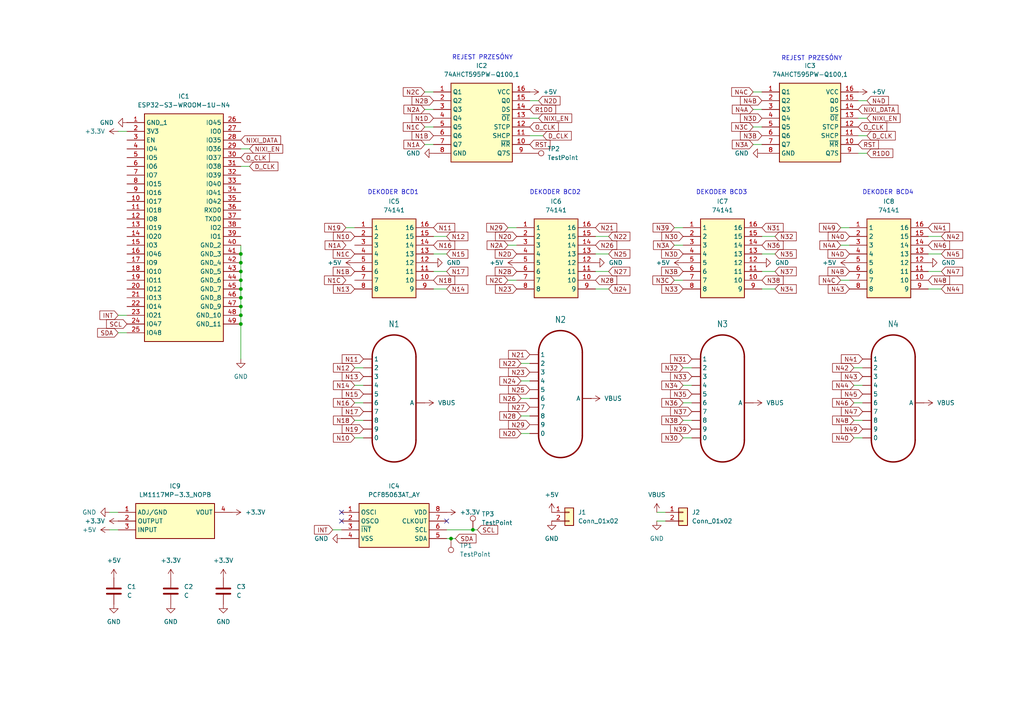
<source format=kicad_sch>
(kicad_sch (version 20231120) (generator "eeschema") (generator_version "8.0")
  (paper "A4")
  (lib_symbols
    (symbol "Connector:TestPoint" (pin_numbers hide) (pin_names (offset 0.762) hide)
      (property "Reference" "TP" (at 0 6.858 0))
      (property "Value" "TestPoint" (at 0 5.08 0))
      (symbol "TestPoint_0_1"
        (circle (center 0 3.302) (radius 0.762))
      )
      (symbol "TestPoint_1_1"
        (pin passive line (at 0 0 90) (length 2.54) (name "1") (number "1"))
      )
    )
    (symbol "Connector_Generic:Conn_01x02" (pin_names (offset 1.016) hide)
      (property "Reference" "J" (at 0 2.54 0))
      (property "Value" "Conn_01x02" (at 0 -5.08 0))
      (symbol "Conn_01x02_1_1"
        (rectangle (start -1.27 -2.413) (end 0 -2.667) (stroke (width 0.1524)))
        (rectangle (start -1.27 0.127) (end 0 -0.127) (stroke (width 0.1524)))
        (rectangle (start -1.27 1.27) (end 1.27 -3.81) (stroke (width 0.254)) (fill (type background)))
        (pin passive line (at -5.08 0 0) (length 3.81) (name "Pin_1") (number "1"))
        (pin passive line (at -5.08 -2.54 0) (length 3.81) (name "Pin_2") (number "2"))
      )
    )
    (symbol "Device:C" (pin_numbers hide) (pin_names (offset 0.254))
      (property "Reference" "C" (at 0.635 2.54 0))
      (property "Value" "C" (at 0.635 -2.54 0))
      (symbol "C_0_1"
        (polyline (pts (xy -2.032 -0.762) (xy 2.032 -0.762)) (stroke (width 0.508)))
        (polyline (pts (xy -2.032 0.762) (xy 2.032 0.762)) (stroke (width 0.508)))
      )
      (symbol "C_1_1"
        (pin passive line (at 0 3.81 270) (length 2.794) (name "~") (number "1"))
        (pin passive line (at 0 -3.81 90) (length 2.794) (name "~") (number "2"))
      )
    )
    (symbol "SamacSys_Parts:1-2199298-4"
      (property "Reference" "IC" (at 19.05 7.62 0))
      (property "Value" "1-2199298-4" (at 19.05 5.08 0))
      (symbol "1-2199298-4_1_1"
        (rectangle (start 5.08 2.54) (end 17.78 -20.32) (stroke (width 0.254)) (fill (type background)))
        (pin passive line (at 0 0 0) (length 5.08) (name "1") (number "1"))
        (pin passive line (at 22.86 -15.24 180) (length 5.08) (name "10") (number "10"))
        (pin passive line (at 22.86 -12.7 180) (length 5.08) (name "11") (number "11"))
        (pin passive line (at 22.86 -10.16 180) (length 5.08) (name "12") (number "12"))
        (pin passive line (at 22.86 -7.62 180) (length 5.08) (name "13") (number "13"))
        (pin passive line (at 22.86 -5.08 180) (length 5.08) (name "14") (number "14"))
        (pin passive line (at 22.86 -2.54 180) (length 5.08) (name "15") (number "15"))
        (pin passive line (at 22.86 0 180) (length 5.08) (name "16") (number "16"))
        (pin passive line (at 0 -2.54 0) (length 5.08) (name "2") (number "2"))
        (pin passive line (at 0 -5.08 0) (length 5.08) (name "3") (number "3"))
        (pin passive line (at 0 -7.62 0) (length 5.08) (name "4") (number "4"))
        (pin passive line (at 0 -10.16 0) (length 5.08) (name "5") (number "5"))
        (pin passive line (at 0 -12.7 0) (length 5.08) (name "6") (number "6"))
        (pin passive line (at 0 -15.24 0) (length 5.08) (name "7") (number "7"))
        (pin passive line (at 0 -17.78 0) (length 5.08) (name "8") (number "8"))
        (pin passive line (at 22.86 -17.78 180) (length 5.08) (name "9") (number "9"))
      )
    )
    (symbol "SamacSys_Parts:74AHCT595PW-Q100,1"
      (property "Reference" "IC" (at 24.13 7.62 0))
      (property "Value" "74AHCT595PW-Q100,1" (at 24.13 5.08 0))
      (symbol "74AHCT595PW-Q100,1_1_1"
        (rectangle (start 5.08 2.54) (end 22.86 -20.32) (stroke (width 0.254)) (fill (type background)))
        (pin passive line (at 0 0 0) (length 5.08) (name "Q1") (number "1"))
        (pin passive line (at 27.94 -15.24 180) (length 5.08) (name "~{MR}") (number "10"))
        (pin passive line (at 27.94 -12.7 180) (length 5.08) (name "SHCP") (number "11"))
        (pin passive line (at 27.94 -10.16 180) (length 5.08) (name "STCP") (number "12"))
        (pin passive line (at 27.94 -7.62 180) (length 5.08) (name "~{OE}") (number "13"))
        (pin passive line (at 27.94 -5.08 180) (length 5.08) (name "DS") (number "14"))
        (pin passive line (at 27.94 -2.54 180) (length 5.08) (name "Q0") (number "15"))
        (pin passive line (at 27.94 0 180) (length 5.08) (name "VCC") (number "16"))
        (pin passive line (at 0 -2.54 0) (length 5.08) (name "Q2") (number "2"))
        (pin passive line (at 0 -5.08 0) (length 5.08) (name "Q3") (number "3"))
        (pin passive line (at 0 -7.62 0) (length 5.08) (name "Q4") (number "4"))
        (pin passive line (at 0 -10.16 0) (length 5.08) (name "Q5") (number "5"))
        (pin passive line (at 0 -12.7 0) (length 5.08) (name "Q6") (number "6"))
        (pin passive line (at 0 -15.24 0) (length 5.08) (name "Q7") (number "7"))
        (pin passive line (at 0 -17.78 0) (length 5.08) (name "GND") (number "8"))
        (pin passive line (at 27.94 -17.78 180) (length 5.08) (name "Q7S") (number "9"))
      )
    )
    (symbol "SamacSys_Parts:ESP32-S3-WROOM-1U-N4"
      (property "Reference" "IC" (at 29.21 7.62 0))
      (property "Value" "ESP32-S3-WROOM-1U-N4" (at 29.21 5.08 0))
      (symbol "ESP32-S3-WROOM-1U-N4_1_1"
        (rectangle (start 5.08 2.54) (end 27.94 -63.5) (stroke (width 0.254)) (fill (type background)))
        (pin passive line (at 0 0 0) (length 5.08) (name "GND_1") (number "1"))
        (pin passive line (at 0 -22.86 0) (length 5.08) (name "IO17") (number "10"))
        (pin passive line (at 0 -25.4 0) (length 5.08) (name "IO18") (number "11"))
        (pin passive line (at 0 -27.94 0) (length 5.08) (name "IO8") (number "12"))
        (pin passive line (at 0 -30.48 0) (length 5.08) (name "IO19") (number "13"))
        (pin passive line (at 0 -33.02 0) (length 5.08) (name "IO20") (number "14"))
        (pin passive line (at 0 -35.56 0) (length 5.08) (name "IO3") (number "15"))
        (pin passive line (at 0 -38.1 0) (length 5.08) (name "IO46") (number "16"))
        (pin passive line (at 0 -40.64 0) (length 5.08) (name "IO9") (number "17"))
        (pin passive line (at 0 -43.18 0) (length 5.08) (name "IO10") (number "18"))
        (pin passive line (at 0 -45.72 0) (length 5.08) (name "IO11") (number "19"))
        (pin passive line (at 0 -2.54 0) (length 5.08) (name "3V3") (number "2"))
        (pin passive line (at 0 -48.26 0) (length 5.08) (name "IO12") (number "20"))
        (pin passive line (at 0 -50.8 0) (length 5.08) (name "IO13") (number "21"))
        (pin passive line (at 0 -53.34 0) (length 5.08) (name "IO14") (number "22"))
        (pin passive line (at 0 -55.88 0) (length 5.08) (name "IO21") (number "23"))
        (pin passive line (at 0 -58.42 0) (length 5.08) (name "IO47") (number "24"))
        (pin passive line (at 0 -60.96 0) (length 5.08) (name "IO48") (number "25"))
        (pin passive line (at 33.02 0 180) (length 5.08) (name "IO45") (number "26"))
        (pin passive line (at 33.02 -2.54 180) (length 5.08) (name "IO0") (number "27"))
        (pin passive line (at 33.02 -5.08 180) (length 5.08) (name "IO35") (number "28"))
        (pin passive line (at 33.02 -7.62 180) (length 5.08) (name "IO36") (number "29"))
        (pin passive line (at 0 -5.08 0) (length 5.08) (name "EN") (number "3"))
        (pin passive line (at 33.02 -10.16 180) (length 5.08) (name "IO37") (number "30"))
        (pin passive line (at 33.02 -12.7 180) (length 5.08) (name "IO38") (number "31"))
        (pin passive line (at 33.02 -15.24 180) (length 5.08) (name "IO39") (number "32"))
        (pin passive line (at 33.02 -17.78 180) (length 5.08) (name "IO40") (number "33"))
        (pin passive line (at 33.02 -20.32 180) (length 5.08) (name "IO41") (number "34"))
        (pin passive line (at 33.02 -22.86 180) (length 5.08) (name "IO42") (number "35"))
        (pin passive line (at 33.02 -25.4 180) (length 5.08) (name "RXD0") (number "36"))
        (pin passive line (at 33.02 -27.94 180) (length 5.08) (name "TXD0") (number "37"))
        (pin passive line (at 33.02 -30.48 180) (length 5.08) (name "IO2") (number "38"))
        (pin passive line (at 33.02 -33.02 180) (length 5.08) (name "IO1") (number "39"))
        (pin passive line (at 0 -7.62 0) (length 5.08) (name "IO4") (number "4"))
        (pin passive line (at 33.02 -35.56 180) (length 5.08) (name "GND_2") (number "40"))
        (pin passive line (at 33.02 -38.1 180) (length 5.08) (name "GND_3") (number "41"))
        (pin passive line (at 33.02 -40.64 180) (length 5.08) (name "GND_4") (number "42"))
        (pin passive line (at 33.02 -43.18 180) (length 5.08) (name "GND_5") (number "43"))
        (pin passive line (at 33.02 -45.72 180) (length 5.08) (name "GND_6") (number "44"))
        (pin passive line (at 33.02 -48.26 180) (length 5.08) (name "GND_7") (number "45"))
        (pin passive line (at 33.02 -50.8 180) (length 5.08) (name "GND_8") (number "46"))
        (pin passive line (at 33.02 -53.34 180) (length 5.08) (name "GND_9") (number "47"))
        (pin passive line (at 33.02 -55.88 180) (length 5.08) (name "GND_10") (number "48"))
        (pin passive line (at 33.02 -58.42 180) (length 5.08) (name "GND_11") (number "49"))
        (pin passive line (at 0 -10.16 0) (length 5.08) (name "IO5") (number "5"))
        (pin passive line (at 0 -12.7 0) (length 5.08) (name "IO6") (number "6"))
        (pin passive line (at 0 -15.24 0) (length 5.08) (name "IO7") (number "7"))
        (pin passive line (at 0 -17.78 0) (length 5.08) (name "IO15") (number "8"))
        (pin passive line (at 0 -20.32 0) (length 5.08) (name "IO16") (number "9"))
      )
    )
    (symbol "SamacSys_Parts:LM1117MP-3.3_NOPB"
      (property "Reference" "IC" (at 29.21 7.62 0))
      (property "Value" "LM1117MP-3.3_NOPB" (at 29.21 5.08 0))
      (symbol "LM1117MP-3.3_NOPB_1_1"
        (rectangle (start 5.08 2.54) (end 27.94 -7.62) (stroke (width 0.254)) (fill (type background)))
        (pin passive line (at 0 0 0) (length 5.08) (name "ADJ/GND") (number "1"))
        (pin passive line (at 0 -2.54 0) (length 5.08) (name "OUTPUT") (number "2"))
        (pin passive line (at 0 -5.08 0) (length 5.08) (name "INPUT") (number "3"))
        (pin passive line (at 33.02 0 180) (length 5.08) (name "VOUT") (number "4"))
      )
    )
    (symbol "SamacSys_Parts:PCF85063AT_AY"
      (property "Reference" "IC" (at 26.67 7.62 0))
      (property "Value" "PCF85063AT_AY" (at 26.67 5.08 0))
      (symbol "PCF85063AT_AY_1_1"
        (rectangle (start 5.08 2.54) (end 25.4 -10.16) (stroke (width 0.254)) (fill (type background)))
        (pin passive line (at 0 0 0) (length 5.08) (name "OSCI") (number "1"))
        (pin passive line (at 0 -2.54 0) (length 5.08) (name "OSCO") (number "2"))
        (pin passive line (at 0 -5.08 0) (length 5.08) (name "~{INT}") (number "3"))
        (pin passive line (at 0 -7.62 0) (length 5.08) (name "VSS") (number "4"))
        (pin passive line (at 30.48 -7.62 180) (length 5.08) (name "SDA") (number "5"))
        (pin passive line (at 30.48 -5.08 180) (length 5.08) (name "SCL") (number "6"))
        (pin passive line (at 30.48 -2.54 180) (length 5.08) (name "CLKOUT") (number "7"))
        (pin passive line (at 30.48 0 180) (length 5.08) (name "VDD") (number "8"))
      )
    )
    (symbol "nixies-us:IN-4"
      (property "Reference" "N" (at -5.715 20.955 0))
      (symbol "IN-4_1_0"
        (arc (start -7.62 -10.795) (mid -1.27 -17.145) (end 5.08 -10.795) (stroke (width 0.4064)))
        (polyline (pts (xy -7.62 -10.795) (xy -7.62 13.335)) (stroke (width 0.4064)))
        (polyline (pts (xy 5.08 -10.795) (xy 5.08 13.335)) (stroke (width 0.4064)))
        (arc (start 5.08 13.335) (mid -1.27 19.685) (end -7.62 13.335) (stroke (width 0.4064)))
        (pin bidirectional line (at -10.16 -10.16 0) (length 2.54) (name "0") (number "0"))
        (pin bidirectional line (at -10.16 12.7 0) (length 2.54) (name "1") (number "1"))
        (pin bidirectional line (at -10.16 10.16 0) (length 2.54) (name "2") (number "2"))
        (pin bidirectional line (at -10.16 7.62 0) (length 2.54) (name "3") (number "3"))
        (pin bidirectional line (at -10.16 5.08 0) (length 2.54) (name "4") (number "4"))
        (pin bidirectional line (at -10.16 2.54 0) (length 2.54) (name "5") (number "5"))
        (pin bidirectional line (at -10.16 0 0) (length 2.54) (name "6") (number "6"))
        (pin bidirectional line (at -10.16 -2.54 0) (length 2.54) (name "7") (number "7"))
        (pin bidirectional line (at -10.16 -5.08 0) (length 2.54) (name "8") (number "8"))
        (pin bidirectional line (at -10.16 -7.62 0) (length 2.54) (name "9") (number "9"))
        (pin bidirectional line (at 7.62 0 180) (length 2.54) (name "A") (number "A3"))
      )
    )
    (symbol "power:+3.3V" (power) (pin_numbers hide) (pin_names (offset 0) hide)
      (property "Value" "+3.3V" (at 0 3.556 0))
      (symbol "+3.3V_0_1"
        (polyline (pts (xy -0.762 1.27) (xy 0 2.54)))
        (polyline (pts (xy 0 0) (xy 0 2.54)))
        (polyline (pts (xy 0 2.54) (xy 0.762 1.27)))
      )
      (symbol "+3.3V_1_1"
        (pin power_in line (at 0 0 90) (length 0) (name "~") (number "1"))
      )
    )
    (symbol "power:+5V" (power) (pin_numbers hide) (pin_names (offset 0) hide)
      (property "Value" "+5V" (at 0 3.556 0))
      (symbol "+5V_0_1"
        (polyline (pts (xy -0.762 1.27) (xy 0 2.54)))
        (polyline (pts (xy 0 0) (xy 0 2.54)))
        (polyline (pts (xy 0 2.54) (xy 0.762 1.27)))
      )
      (symbol "+5V_1_1"
        (pin power_in line (at 0 0 90) (length 0) (name "~") (number "1"))
      )
    )
    (symbol "power:GND" (power) (pin_numbers hide) (pin_names (offset 0) hide)
      (property "Value" "GND" (at 0 -3.81 0))
      (symbol "GND_0_1"
        (polyline (pts (xy 0 0) (xy 0 -1.27) (xy 1.27 -1.27) (xy 0 -2.54) (xy -1.27 -1.27) (xy 0 -1.27)))
      )
      (symbol "GND_1_1"
        (pin power_in line (at 0 0 270) (length 0) (name "~") (number "1"))
      )
    )
    (symbol "power:VBUS" (power) (pin_numbers hide) (pin_names (offset 0) hide)
      (property "Value" "VBUS" (at 0 3.556 0))
      (symbol "VBUS_0_1"
        (polyline (pts (xy -0.762 1.27) (xy 0 2.54)))
        (polyline (pts (xy 0 0) (xy 0 2.54)))
        (polyline (pts (xy 0 2.54) (xy 0.762 1.27)))
      )
      (symbol "VBUS_1_1"
        (pin power_in line (at 0 0 90) (length 0) (name "~") (number "1"))
      )
    )
  )
  (junction (at 69.85 78.74))
  (junction (at 69.85 86.36))
  (junction (at 69.85 93.98))
  (junction (at 69.85 73.66))
  (junction (at 137.16 153.67))
  (junction (at 69.85 81.28))
  (junction (at 69.85 91.44))
  (junction (at 69.85 88.9))
  (junction (at 69.85 76.2))
  (junction (at 130.81 156.21))
  (junction (at 69.85 83.82))
  (no_connect (at 129.54 151.13))
  (no_connect (at 99.06 148.59))
  (no_connect (at 99.06 151.13))
  (wire (pts (xy 125.73 83.82) (xy 129.54 83.82)))
  (wire (pts (xy 172.72 73.66) (xy 176.53 73.66)))
  (wire (pts (xy 69.85 104.14) (xy 69.85 93.98)))
  (wire (pts (xy 198.12 121.92) (xy 200.66 121.92)))
  (wire (pts (xy 130.81 156.21) (xy 132.08 156.21)))
  (wire (pts (xy 218.44 36.83) (xy 220.98 36.83)))
  (wire (pts (xy 153.67 39.37) (xy 157.48 39.37)))
  (wire (pts (xy 198.12 111.76) (xy 200.66 111.76)))
  (wire (pts (xy 102.87 127) (xy 105.41 127)))
  (wire (pts (xy 123.19 26.67) (xy 125.73 26.67)))
  (wire (pts (xy 220.98 73.66) (xy 224.79 73.66)))
  (wire (pts (xy 123.19 36.83) (xy 125.73 36.83)))
  (wire (pts (xy 251.46 29.21) (xy 248.92 29.21)))
  (wire (pts (xy 125.73 68.58) (xy 129.54 68.58)))
  (wire (pts (xy 220.98 68.58) (xy 224.79 68.58)))
  (wire (pts (xy 190.5 151.13) (xy 193.04 151.13)))
  (wire (pts (xy 193.04 148.59) (xy 190.5 148.59)))
  (wire (pts (xy 102.87 121.92) (xy 105.41 121.92)))
  (wire (pts (xy 147.32 71.12) (xy 149.86 71.12)))
  (wire (pts (xy 34.29 91.44) (xy 36.83 91.44)))
  (wire (pts (xy 69.85 86.36) (xy 69.85 88.9)))
  (wire (pts (xy 123.19 31.75) (xy 125.73 31.75)))
  (wire (pts (xy 69.85 78.74) (xy 69.85 81.28)))
  (wire (pts (xy 34.29 96.52) (xy 36.83 96.52)))
  (wire (pts (xy 137.16 153.67) (xy 129.54 153.67)))
  (wire (pts (xy 153.67 34.29) (xy 156.21 34.29)))
  (wire (pts (xy 247.65 116.84) (xy 250.19 116.84)))
  (wire (pts (xy 69.85 83.82) (xy 69.85 86.36)))
  (wire (pts (xy 269.24 68.58) (xy 273.05 68.58)))
  (wire (pts (xy 69.85 81.28) (xy 69.85 83.82)))
  (wire (pts (xy 247.65 111.76) (xy 250.19 111.76)))
  (wire (pts (xy 31.75 148.59) (xy 34.29 148.59)))
  (wire (pts (xy 218.44 26.67) (xy 220.98 26.67)))
  (wire (pts (xy 243.84 81.28) (xy 246.38 81.28)))
  (wire (pts (xy 269.24 83.82) (xy 273.05 83.82)))
  (wire (pts (xy 172.72 68.58) (xy 176.53 68.58)))
  (wire (pts (xy 125.73 78.74) (xy 129.54 78.74)))
  (wire (pts (xy 69.85 76.2) (xy 69.85 78.74)))
  (wire (pts (xy 248.92 39.37) (xy 251.46 39.37)))
  (wire (pts (xy 195.58 66.04) (xy 198.12 66.04)))
  (wire (pts (xy 218.44 31.75) (xy 220.98 31.75)))
  (wire (pts (xy 172.72 83.82) (xy 176.53 83.82)))
  (wire (pts (xy 243.84 71.12) (xy 246.38 71.12)))
  (wire (pts (xy 153.67 29.21) (xy 156.21 29.21)))
  (wire (pts (xy 69.85 91.44) (xy 69.85 93.98)))
  (wire (pts (xy 34.29 38.1) (xy 36.83 38.1)))
  (wire (pts (xy 102.87 106.68) (xy 105.41 106.68)))
  (wire (pts (xy 123.19 41.91) (xy 125.73 41.91)))
  (wire (pts (xy 151.13 125.73) (xy 153.67 125.73)))
  (wire (pts (xy 69.85 88.9) (xy 69.85 91.44)))
  (wire (pts (xy 125.73 73.66) (xy 129.54 73.66)))
  (wire (pts (xy 248.92 34.29) (xy 251.46 34.29)))
  (wire (pts (xy 172.72 78.74) (xy 176.53 78.74)))
  (wire (pts (xy 69.85 48.26) (xy 72.39 48.26)))
  (wire (pts (xy 151.13 110.49) (xy 153.67 110.49)))
  (wire (pts (xy 102.87 116.84) (xy 105.41 116.84)))
  (wire (pts (xy 198.12 106.68) (xy 200.66 106.68)))
  (wire (pts (xy 247.65 106.68) (xy 250.19 106.68)))
  (wire (pts (xy 147.32 66.04) (xy 149.86 66.04)))
  (wire (pts (xy 220.98 83.82) (xy 224.79 83.82)))
  (wire (pts (xy 31.75 153.67) (xy 34.29 153.67)))
  (wire (pts (xy 102.87 111.76) (xy 105.41 111.76)))
  (wire (pts (xy 151.13 105.41) (xy 153.67 105.41)))
  (wire (pts (xy 251.46 44.45) (xy 248.92 44.45)))
  (wire (pts (xy 218.44 41.91) (xy 220.98 41.91)))
  (wire (pts (xy 96.52 153.67) (xy 99.06 153.67)))
  (wire (pts (xy 198.12 127) (xy 200.66 127)))
  (wire (pts (xy 269.24 73.66) (xy 273.05 73.66)))
  (wire (pts (xy 247.65 127) (xy 250.19 127)))
  (wire (pts (xy 195.58 81.28) (xy 198.12 81.28)))
  (wire (pts (xy 195.58 71.12) (xy 198.12 71.12)))
  (wire (pts (xy 220.98 78.74) (xy 224.79 78.74)))
  (wire (pts (xy 147.32 81.28) (xy 149.86 81.28)))
  (wire (pts (xy 138.43 153.67) (xy 137.16 153.67)))
  (wire (pts (xy 243.84 66.04) (xy 246.38 66.04)))
  (wire (pts (xy 151.13 120.65) (xy 153.67 120.65)))
  (wire (pts (xy 69.85 43.18) (xy 72.39 43.18)))
  (wire (pts (xy 269.24 78.74) (xy 273.05 78.74)))
  (wire (pts (xy 100.33 66.04) (xy 102.87 66.04)))
  (wire (pts (xy 69.85 73.66) (xy 69.85 76.2)))
  (wire (pts (xy 198.12 116.84) (xy 200.66 116.84)))
  (wire (pts (xy 69.85 71.12) (xy 69.85 73.66)))
  (wire (pts (xy 129.54 156.21) (xy 130.81 156.21)))
  (wire (pts (xy 151.13 115.57) (xy 153.67 115.57)))
  (wire (pts (xy 247.65 121.92) (xy 250.19 121.92)))
  (text "DEKODER BCD2\n" (at 161.036 55.88 0) (effects (font (size 1.27 1.27))))
  (text "REJEST PRZESÓNY\n" (at 235.458 17.018 0) (effects (font (size 1.27 1.27))))
  (text "DEKODER BCD4" (at 257.556 55.88 0) (effects (font (size 1.27 1.27))))
  (text "DEKODER BCD3" (at 209.296 55.88 0) (effects (font (size 1.27 1.27))))
  (text "DEKODER BCD1\n" (at 114.046 55.88 0) (effects (font (size 1.27 1.27))))
  (text "REJEST PRZESÓNY\n" (at 139.954 16.764 0) (effects (font (size 1.27 1.27))))
  (global_label "N13" (shape input) (at 105.41 109.22 180) (property "Intersheetrefs" "${INTERSHEET_REFS}" (effects (hide yes))))
  (global_label "N18" (shape input) (at 102.87 121.92 180) (property "Intersheetrefs" "${INTERSHEET_REFS}" (effects (hide yes))))
  (global_label "N11" (shape input) (at 105.41 104.14 180) (property "Intersheetrefs" "${INTERSHEET_REFS}" (effects (hide yes))))
  (global_label "N46" (shape input) (at 269.24 71.12 0) (property "Intersheetrefs" "${INTERSHEET_REFS}" (effects (hide yes))))
  (global_label "N28" (shape input) (at 172.72 81.28 0) (property "Intersheetrefs" "${INTERSHEET_REFS}" (effects (hide yes))))
  (global_label "INT" (shape input) (at 96.52 153.67 180) (property "Intersheetrefs" "${INTERSHEET_REFS}" (effects (hide yes))))
  (global_label "N10" (shape input) (at 102.87 68.58 180) (property "Intersheetrefs" "${INTERSHEET_REFS}" (effects (hide yes))))
  (global_label "N36" (shape input) (at 220.98 71.12 0) (property "Intersheetrefs" "${INTERSHEET_REFS}" (effects (hide yes))))
  (global_label "N40" (shape input) (at 246.38 68.58 180) (property "Intersheetrefs" "${INTERSHEET_REFS}" (effects (hide yes))))
  (global_label "N49" (shape input) (at 243.84 66.04 180) (property "Intersheetrefs" "${INTERSHEET_REFS}" (effects (hide yes))))
  (global_label "N22" (shape input) (at 176.53 68.58 0) (property "Intersheetrefs" "${INTERSHEET_REFS}" (effects (hide yes))))
  (global_label "N1B" (shape input) (at 125.73 39.37 180) (property "Intersheetrefs" "${INTERSHEET_REFS}" (effects (hide yes))))
  (global_label "N1A" (shape input) (at 123.19 41.91 180) (property "Intersheetrefs" "${INTERSHEET_REFS}" (effects (hide yes))))
  (global_label "R1DO" (shape input) (at 153.67 31.75 0) (property "Intersheetrefs" "${INTERSHEET_REFS}" (effects (hide yes))))
  (global_label "N3C" (shape input) (at 195.58 81.28 180) (property "Intersheetrefs" "${INTERSHEET_REFS}" (effects (hide yes))))
  (global_label "N21" (shape input) (at 153.67 102.87 180) (property "Intersheetrefs" "${INTERSHEET_REFS}" (effects (hide yes))))
  (global_label "N19" (shape input) (at 105.41 124.46 180) (property "Intersheetrefs" "${INTERSHEET_REFS}" (effects (hide yes))))
  (global_label "N48" (shape input) (at 269.24 81.28 0) (property "Intersheetrefs" "${INTERSHEET_REFS}" (effects (hide yes))))
  (global_label "N3B" (shape input) (at 198.12 78.74 180) (property "Intersheetrefs" "${INTERSHEET_REFS}" (effects (hide yes))))
  (global_label "N45" (shape input) (at 250.19 114.3 180) (property "Intersheetrefs" "${INTERSHEET_REFS}" (effects (hide yes))))
  (global_label "N4D" (shape input) (at 246.38 73.66 180) (property "Intersheetrefs" "${INTERSHEET_REFS}" (effects (hide yes))))
  (global_label "N1C" (shape input) (at 123.19 36.83 180) (property "Intersheetrefs" "${INTERSHEET_REFS}" (effects (hide yes))))
  (global_label "N4C" (shape input) (at 243.84 81.28 180) (property "Intersheetrefs" "${INTERSHEET_REFS}" (effects (hide yes))))
  (global_label "N4A" (shape input) (at 218.44 31.75 180) (property "Intersheetrefs" "${INTERSHEET_REFS}" (effects (hide yes))))
  (global_label "SDA" (shape input) (at 34.29 96.52 180) (property "Intersheetrefs" "${INTERSHEET_REFS}" (effects (hide yes))))
  (global_label "N42" (shape input) (at 247.65 106.68 180) (property "Intersheetrefs" "${INTERSHEET_REFS}" (effects (hide yes))))
  (global_label "N34" (shape input) (at 224.79 83.82 0) (property "Intersheetrefs" "${INTERSHEET_REFS}" (effects (hide yes))))
  (global_label "N31" (shape input) (at 220.98 66.04 0) (property "Intersheetrefs" "${INTERSHEET_REFS}" (effects (hide yes))))
  (global_label "N3D" (shape input) (at 220.98 34.29 180) (property "Intersheetrefs" "${INTERSHEET_REFS}" (effects (hide yes))))
  (global_label "N39" (shape input) (at 200.66 124.46 180) (property "Intersheetrefs" "${INTERSHEET_REFS}" (effects (hide yes))))
  (global_label "N20" (shape input) (at 149.86 68.58 180) (property "Intersheetrefs" "${INTERSHEET_REFS}" (effects (hide yes))))
  (global_label "R1DO" (shape input) (at 251.46 44.45 0) (property "Intersheetrefs" "${INTERSHEET_REFS}" (effects (hide yes))))
  (global_label "N18" (shape input) (at 125.73 81.28 0) (property "Intersheetrefs" "${INTERSHEET_REFS}" (effects (hide yes))))
  (global_label "N32" (shape input) (at 224.79 68.58 0) (property "Intersheetrefs" "${INTERSHEET_REFS}" (effects (hide yes))))
  (global_label "N1B" (shape input) (at 102.87 78.74 180) (property "Intersheetrefs" "${INTERSHEET_REFS}" (effects (hide yes))))
  (global_label "N23" (shape input) (at 149.86 83.82 180) (property "Intersheetrefs" "${INTERSHEET_REFS}" (effects (hide yes))))
  (global_label "N27" (shape input) (at 153.67 118.11 180) (property "Intersheetrefs" "${INTERSHEET_REFS}" (effects (hide yes))))
  (global_label "RST" (shape input) (at 248.92 41.91 0) (property "Intersheetrefs" "${INTERSHEET_REFS}" (effects (hide yes))))
  (global_label "N29" (shape input) (at 153.67 123.19 180) (property "Intersheetrefs" "${INTERSHEET_REFS}" (effects (hide yes))))
  (global_label "N10" (shape input) (at 102.87 127 180) (property "Intersheetrefs" "${INTERSHEET_REFS}" (effects (hide yes))))
  (global_label "N22" (shape input) (at 151.13 105.41 180) (property "Intersheetrefs" "${INTERSHEET_REFS}" (effects (hide yes))))
  (global_label "N2B" (shape input) (at 149.86 78.74 180) (property "Intersheetrefs" "${INTERSHEET_REFS}" (effects (hide yes))))
  (global_label "NIXI_EN" (shape input) (at 156.21 34.29 0) (property "Intersheetrefs" "${INTERSHEET_REFS}" (effects (hide yes))))
  (global_label "N1D" (shape input) (at 125.73 34.29 180) (property "Intersheetrefs" "${INTERSHEET_REFS}" (effects (hide yes))))
  (global_label "NIXI_EN" (shape input) (at 251.46 34.29 0) (property "Intersheetrefs" "${INTERSHEET_REFS}" (effects (hide yes))))
  (global_label "N2D" (shape input) (at 149.86 73.66 180) (property "Intersheetrefs" "${INTERSHEET_REFS}" (effects (hide yes))))
  (global_label "N48" (shape input) (at 247.65 121.92 180) (property "Intersheetrefs" "${INTERSHEET_REFS}" (effects (hide yes))))
  (global_label "N31" (shape input) (at 200.66 104.14 180) (property "Intersheetrefs" "${INTERSHEET_REFS}" (effects (hide yes))))
  (global_label "NIXI_DATA" (shape input) (at 69.85 40.64 0) (property "Intersheetrefs" "${INTERSHEET_REFS}" (effects (hide yes))))
  (global_label "N43" (shape input) (at 246.38 83.82 180) (property "Intersheetrefs" "${INTERSHEET_REFS}" (effects (hide yes))))
  (global_label "N49" (shape input) (at 250.19 124.46 180) (property "Intersheetrefs" "${INTERSHEET_REFS}" (effects (hide yes))))
  (global_label "N44" (shape input) (at 273.05 83.82 0) (property "Intersheetrefs" "${INTERSHEET_REFS}" (effects (hide yes))))
  (global_label "N15" (shape input) (at 129.54 73.66 0) (property "Intersheetrefs" "${INTERSHEET_REFS}" (effects (hide yes))))
  (global_label "N12" (shape input) (at 102.87 106.68 180) (property "Intersheetrefs" "${INTERSHEET_REFS}" (effects (hide yes))))
  (global_label "N20" (shape input) (at 151.13 125.73 180) (property "Intersheetrefs" "${INTERSHEET_REFS}" (effects (hide yes))))
  (global_label "NIXI_EN" (shape input) (at 72.39 43.18 0) (property "Intersheetrefs" "${INTERSHEET_REFS}" (effects (hide yes))))
  (global_label "N3A" (shape input) (at 195.58 71.12 180) (property "Intersheetrefs" "${INTERSHEET_REFS}" (effects (hide yes))))
  (global_label "N2B" (shape input) (at 125.73 29.21 180) (property "Intersheetrefs" "${INTERSHEET_REFS}" (effects (hide yes))))
  (global_label "NIXI_DATA" (shape input) (at 248.92 31.75 0) (property "Intersheetrefs" "${INTERSHEET_REFS}" (effects (hide yes))))
  (global_label "N41" (shape input) (at 269.24 66.04 0) (property "Intersheetrefs" "${INTERSHEET_REFS}" (effects (hide yes))))
  (global_label "N26" (shape input) (at 172.72 71.12 0) (property "Intersheetrefs" "${INTERSHEET_REFS}" (effects (hide yes))))
  (global_label "N47" (shape input) (at 250.19 119.38 180) (property "Intersheetrefs" "${INTERSHEET_REFS}" (effects (hide yes))))
  (global_label "N37" (shape input) (at 224.79 78.74 0) (property "Intersheetrefs" "${INTERSHEET_REFS}" (effects (hide yes))))
  (global_label "N2C" (shape input) (at 147.32 81.28 180) (property "Intersheetrefs" "${INTERSHEET_REFS}" (effects (hide yes))))
  (global_label "N35" (shape input) (at 224.79 73.66 0) (property "Intersheetrefs" "${INTERSHEET_REFS}" (effects (hide yes))))
  (global_label "D_CLK" (shape input) (at 157.48 39.37 0) (property "Intersheetrefs" "${INTERSHEET_REFS}" (effects (hide yes))))
  (global_label "SCL" (shape input) (at 36.83 93.98 180) (property "Intersheetrefs" "${INTERSHEET_REFS}" (effects (hide yes))))
  (global_label "N19" (shape input) (at 100.33 66.04 180) (property "Intersheetrefs" "${INTERSHEET_REFS}" (effects (hide yes))))
  (global_label "O_CLK" (shape input) (at 248.92 36.83 0) (property "Intersheetrefs" "${INTERSHEET_REFS}" (effects (hide yes))))
  (global_label "N37" (shape input) (at 200.66 119.38 180) (property "Intersheetrefs" "${INTERSHEET_REFS}" (effects (hide yes))))
  (global_label "N44" (shape input) (at 247.65 111.76 180) (property "Intersheetrefs" "${INTERSHEET_REFS}" (effects (hide yes))))
  (global_label "N17" (shape input) (at 105.41 119.38 180) (property "Intersheetrefs" "${INTERSHEET_REFS}" (effects (hide yes))))
  (global_label "N17" (shape input) (at 129.54 78.74 0) (property "Intersheetrefs" "${INTERSHEET_REFS}" (effects (hide yes))))
  (global_label "N35" (shape input) (at 200.66 114.3 180) (property "Intersheetrefs" "${INTERSHEET_REFS}" (effects (hide yes))))
  (global_label "N34" (shape input) (at 198.12 111.76 180) (property "Intersheetrefs" "${INTERSHEET_REFS}" (effects (hide yes))))
  (global_label "N1A" (shape input) (at 100.33 71.12 180) (property "Intersheetrefs" "${INTERSHEET_REFS}" (effects (hide yes))))
  (global_label "N13" (shape input) (at 102.87 83.82 180) (property "Intersheetrefs" "${INTERSHEET_REFS}" (effects (hide yes))))
  (global_label "N3B" (shape input) (at 220.98 39.37 180) (property "Intersheetrefs" "${INTERSHEET_REFS}" (effects (hide yes))))
  (global_label "N23" (shape input) (at 153.67 107.95 180) (property "Intersheetrefs" "${INTERSHEET_REFS}" (effects (hide yes))))
  (global_label "N2A" (shape input) (at 147.32 71.12 180) (property "Intersheetrefs" "${INTERSHEET_REFS}" (effects (hide yes))))
  (global_label "N14" (shape input) (at 102.87 111.76 180) (property "Intersheetrefs" "${INTERSHEET_REFS}" (effects (hide yes))))
  (global_label "N21" (shape input) (at 172.72 66.04 0) (property "Intersheetrefs" "${INTERSHEET_REFS}" (effects (hide yes))))
  (global_label "N36" (shape input) (at 198.12 116.84 180) (property "Intersheetrefs" "${INTERSHEET_REFS}" (effects (hide yes))))
  (global_label "N24" (shape input) (at 176.53 83.82 0) (property "Intersheetrefs" "${INTERSHEET_REFS}" (effects (hide yes))))
  (global_label "N2A" (shape input) (at 123.19 31.75 180) (property "Intersheetrefs" "${INTERSHEET_REFS}" (effects (hide yes))))
  (global_label "N41" (shape input) (at 250.19 104.14 180) (property "Intersheetrefs" "${INTERSHEET_REFS}" (effects (hide yes))))
  (global_label "N14" (shape input) (at 129.54 83.82 0) (property "Intersheetrefs" "${INTERSHEET_REFS}" (effects (hide yes))))
  (global_label "N4B" (shape input) (at 246.38 78.74 180) (property "Intersheetrefs" "${INTERSHEET_REFS}" (effects (hide yes))))
  (global_label "N16" (shape input) (at 102.87 116.84 180) (property "Intersheetrefs" "${INTERSHEET_REFS}" (effects (hide yes))))
  (global_label "N33" (shape input) (at 198.12 83.82 180) (property "Intersheetrefs" "${INTERSHEET_REFS}" (effects (hide yes))))
  (global_label "N28" (shape input) (at 151.13 120.65 180) (property "Intersheetrefs" "${INTERSHEET_REFS}" (effects (hide yes))))
  (global_label "SCL" (shape input) (at 138.43 153.67 0) (property "Intersheetrefs" "${INTERSHEET_REFS}" (effects (hide yes))))
  (global_label "N47" (shape input) (at 273.05 78.74 0) (property "Intersheetrefs" "${INTERSHEET_REFS}" (effects (hide yes))))
  (global_label "N38" (shape input) (at 220.98 81.28 0) (property "Intersheetrefs" "${INTERSHEET_REFS}" (effects (hide yes))))
  (global_label "N1C" (shape input) (at 102.87 73.66 180) (property "Intersheetrefs" "${INTERSHEET_REFS}" (effects (hide yes))))
  (global_label "N43" (shape input) (at 250.19 109.22 180) (property "Intersheetrefs" "${INTERSHEET_REFS}" (effects (hide yes))))
  (global_label "N3C" (shape input) (at 218.44 36.83 180) (property "Intersheetrefs" "${INTERSHEET_REFS}" (effects (hide yes))))
  (global_label "N2C" (shape input) (at 123.19 26.67 180) (property "Intersheetrefs" "${INTERSHEET_REFS}" (effects (hide yes))))
  (global_label "N39" (shape input) (at 195.58 66.04 180) (property "Intersheetrefs" "${INTERSHEET_REFS}" (effects (hide yes))))
  (global_label "D_CLK" (shape input) (at 72.39 48.26 0) (property "Intersheetrefs" "${INTERSHEET_REFS}" (effects (hide yes))))
  (global_label "N4D" (shape input) (at 251.46 29.21 0) (property "Intersheetrefs" "${INTERSHEET_REFS}" (effects (hide yes))))
  (global_label "N45" (shape input) (at 273.05 73.66 0) (property "Intersheetrefs" "${INTERSHEET_REFS}" (effects (hide yes))))
  (global_label "N2D" (shape input) (at 156.21 29.21 0) (property "Intersheetrefs" "${INTERSHEET_REFS}" (effects (hide yes))))
  (global_label "N27" (shape input) (at 176.53 78.74 0) (property "Intersheetrefs" "${INTERSHEET_REFS}" (effects (hide yes))))
  (global_label "N42" (shape input) (at 273.05 68.58 0) (property "Intersheetrefs" "${INTERSHEET_REFS}" (effects (hide yes))))
  (global_label "N30" (shape input) (at 198.12 127 180) (property "Intersheetrefs" "${INTERSHEET_REFS}" (effects (hide yes))))
  (global_label "N29" (shape input) (at 147.32 66.04 180) (property "Intersheetrefs" "${INTERSHEET_REFS}" (effects (hide yes))))
  (global_label "N24" (shape input) (at 151.13 110.49 180) (property "Intersheetrefs" "${INTERSHEET_REFS}" (effects (hide yes))))
  (global_label "N38" (shape input) (at 198.12 121.92 180) (property "Intersheetrefs" "${INTERSHEET_REFS}" (effects (hide yes))))
  (global_label "RST" (shape input) (at 153.67 41.91 0) (property "Intersheetrefs" "${INTERSHEET_REFS}" (effects (hide yes))))
  (global_label "N25" (shape input) (at 153.67 113.03 180) (property "Intersheetrefs" "${INTERSHEET_REFS}" (effects (hide yes))))
  (global_label "N46" (shape input) (at 247.65 116.84 180) (property "Intersheetrefs" "${INTERSHEET_REFS}" (effects (hide yes))))
  (global_label "N4C" (shape input) (at 218.44 26.67 180) (property "Intersheetrefs" "${INTERSHEET_REFS}" (effects (hide yes))))
  (global_label "O_CLK" (shape input) (at 153.67 36.83 0) (property "Intersheetrefs" "${INTERSHEET_REFS}" (effects (hide yes))))
  (global_label "N16" (shape input) (at 125.73 71.12 0) (property "Intersheetrefs" "${INTERSHEET_REFS}" (effects (hide yes))))
  (global_label "N15" (shape input) (at 105.41 114.3 180) (property "Intersheetrefs" "${INTERSHEET_REFS}" (effects (hide yes))))
  (global_label "D_CLK" (shape input) (at 251.46 39.37 0) (property "Intersheetrefs" "${INTERSHEET_REFS}" (effects (hide yes))))
  (global_label "N30" (shape input) (at 198.12 68.58 180) (property "Intersheetrefs" "${INTERSHEET_REFS}" (effects (hide yes))))
  (global_label "N11" (shape input) (at 125.73 66.04 0) (property "Intersheetrefs" "${INTERSHEET_REFS}" (effects (hide yes))))
  (global_label "N1C" (shape input) (at 100.33 81.28 180) (property "Intersheetrefs" "${INTERSHEET_REFS}" (effects (hide yes))))
  (global_label "N33" (shape input) (at 200.66 109.22 180) (property "Intersheetrefs" "${INTERSHEET_REFS}" (effects (hide yes))))
  (global_label "O_CLK" (shape input) (at 69.85 45.72 0) (property "Intersheetrefs" "${INTERSHEET_REFS}" (effects (hide yes))))
  (global_label "SDA" (shape input) (at 132.08 156.21 0) (property "Intersheetrefs" "${INTERSHEET_REFS}" (effects (hide yes))))
  (global_label "N40" (shape input) (at 247.65 127 180) (property "Intersheetrefs" "${INTERSHEET_REFS}" (effects (hide yes))))
  (global_label "N4A" (shape input) (at 243.84 71.12 180) (property "Intersheetrefs" "${INTERSHEET_REFS}" (effects (hide yes))))
  (global_label "N32" (shape input) (at 198.12 106.68 180) (property "Intersheetrefs" "${INTERSHEET_REFS}" (effects (hide yes))))
  (global_label "N3A" (shape input) (at 218.44 41.91 180) (property "Intersheetrefs" "${INTERSHEET_REFS}" (effects (hide yes))))
  (global_label "INT" (shape input) (at 34.29 91.44 180) (property "Intersheetrefs" "${INTERSHEET_REFS}" (effects (hide yes))))
  (global_label "N12" (shape input) (at 129.54 68.58 0) (property "Intersheetrefs" "${INTERSHEET_REFS}" (effects (hide yes))))
  (global_label "N3D" (shape input) (at 198.12 73.66 180) (property "Intersheetrefs" "${INTERSHEET_REFS}" (effects (hide yes))))
  (global_label "N26" (shape input) (at 151.13 115.57 180) (property "Intersheetrefs" "${INTERSHEET_REFS}" (effects (hide yes))))
  (global_label "N4B" (shape input) (at 220.98 29.21 180) (property "Intersheetrefs" "${INTERSHEET_REFS}" (effects (hide yes))))
  (global_label "N25" (shape input) (at 176.53 73.66 0) (property "Intersheetrefs" "${INTERSHEET_REFS}" (effects (hide yes))))
  (symbol (lib_id "power:VBUS") (at 190.5 148.59 0) (unit 1)
    (property "Reference" "#PWR032" (effects (hide yes)))
    (property "Value" "VBUS" (at 190.5 143.51 0))
    (property "Description" "Power symbol creates a global label with name \"VBUS\"" (effects (hide yes)))
  )
  (symbol (lib_id "SamacSys_Parts:PCF85063AT_AY") (at 99.06 148.59 0) (unit 1)
    (property "Reference" "IC4" (at 114.3 140.97 0))
    (property "Value" "PCF85063AT_AY" (at 114.3 143.51 0))
    (property "Footprint" "SOIC127P600X175-8N" (effects (hide yes)))
    (property "Datasheet" "https://componentsearchengine.com/Datasheets/2/PCF85063AT_AY.pdf" (effects (hide yes)))
    (property "Description" "Real Time Clock Low Power Real time clocks" (effects (hide yes)))
    (property "Height" "1.75" (effects (hide yes)))
    (property "Manufacturer_Name" "NXP" (effects (hide yes)))
    (property "Manufacturer_Part_Number" "PCF85063AT/AY" (effects (hide yes)))
    (property "Mouser Part Number" "771-PCF85063AT/AY" (effects (hide yes)))
    (property "Mouser Price/Stock" "https://www.mouser.co.uk/ProductDetail/NXP-Semiconductors/PCF85063AT-AY?qs=Yna0arPQ0CSwctr%252Bb0ls0Q%3D%3D" (effects (hide yes)))
    (property "Arrow Part Number" "PCF85063AT/AY" (effects (hide yes)))
    (property "Arrow Price/Stock" "https://www.arrow.com/en/products/pcf85063atay/nxp-semiconductors?region=nac" (effects (hide yes)))
  )
  (symbol (lib_id "power:GND") (at 172.72 76.2 90) (unit 1)
    (property "Reference" "#PWR010" (effects (hide yes)))
    (property "Value" "GND" (at 176.53 76.1999 90) (effects (justify right)))
    (property "Description" "Power symbol creates a global label with name \"GND\" , ground" (effects (hide yes)))
  )
  (symbol (lib_id "power:+5V") (at 248.92 26.67 270) (unit 1)
    (property "Reference" "#PWR05" (effects (hide yes)))
    (property "Value" "+5V" (at 252.73 26.6699 90) (effects (justify left)))
    (property "Description" "Power symbol creates a global label with name \"+5V\"" (effects (hide yes)))
  )
  (symbol (lib_id "SamacSys_Parts:LM1117MP-3.3_NOPB") (at 34.29 148.59 0) (unit 1)
    (property "Reference" "IC9" (at 50.8 140.97 0))
    (property "Value" "LM1117MP-3.3_NOPB" (at 50.8 143.51 0))
    (property "Footprint" "SOT230P700X180-4N" (effects (hide yes)))
    (property "Datasheet" "http://www.ti.com/general/docs/suppproductinfo.tsp?distId=10&gotoUrl=http%3A%2F%2Fwww.ti.com%2Flit%2Fgpn%2Flm1117" (effects (hide yes)))
    (property "Description" "Space saving 800-mA low-dropout linear regulator with internal current limit" (effects (hide yes)))
    (property "Height" "1.8" (effects (hide yes)))
    (property "Manufacturer_Name" "Texas Instruments" (effects (hide yes)))
    (property "Manufacturer_Part_Number" "LM1117MP-3.3/NOPB" (effects (hide yes)))
    (property "Mouser Part Number" "926-LM1117MP-3.3NOPB" (effects (hide yes)))
    (property "Mouser Price/Stock" "https://www.mouser.co.uk/ProductDetail/Texas-Instruments/LM1117MP-3.3-NOPB?qs=X1J7HmVL2ZFn4x9DZ4T2hA%3D%3D" (effects (hide yes)))
    (property "Arrow Part Number" "LM1117MP-3.3/NOPB" (effects (hide yes)))
    (property "Arrow Price/Stock" "https://www.arrow.com/en/products/lm1117mp-3.3nopb/texas-instruments?region=nac" (effects (hide yes)))
  )
  (symbol (lib_id "power:+3.3V") (at 64.77 167.64 0) (unit 1)
    (property "Reference" "#PWR021" (effects (hide yes)))
    (property "Value" "+3.3V" (at 64.77 162.56 0))
    (property "Description" "Power symbol creates a global label with name \"+3.3V\"" (effects (hide yes)))
  )
  (symbol (lib_id "nixies-us:IN-4") (at 210.82 116.84 0) (unit 1)
    (property "Reference" "N3" (at 209.55 93.98 0) (effects (font (size 1.778 1.5113))))
    (property "Footprint" "nixies-us:nixies-us-IN-4-DSUB" (effects (hide yes)))
    (property "Description" "IN-4: large numeric topview nixie tube" (effects (hide yes)))
  )
  (symbol (lib_id "power:+5V") (at 102.87 76.2 90) (unit 1)
    (property "Reference" "#PWR08" (effects (hide yes)))
    (property "Value" "+5V" (at 99.06 76.1999 90) (effects (justify left)))
    (property "Description" "Power symbol creates a global label with name \"+5V\"" (effects (hide yes)))
  )
  (symbol (lib_id "power:GND") (at 99.06 156.21 270) (unit 1)
    (property "Reference" "#PWR02" (effects (hide yes)))
    (property "Value" "GND" (at 95.25 156.2099 90) (effects (justify right)))
    (property "Description" "Power symbol creates a global label with name \"GND\" , ground" (effects (hide yes)))
  )
  (symbol (lib_id "power:VBUS") (at 171.45 115.57 270) (unit 1)
    (property "Reference" "#PWR026" (effects (hide yes)))
    (property "Value" "VBUS" (at 175.26 115.5699 90) (effects (justify left)))
    (property "Description" "Power symbol creates a global label with name \"VBUS\"" (effects (hide yes)))
  )
  (symbol (lib_id "power:GND") (at 31.75 148.59 270) (unit 1)
    (property "Reference" "#PWR017" (effects (hide yes)))
    (property "Value" "GND" (at 27.94 148.5899 90) (effects (justify right)))
    (property "Description" "Power symbol creates a global label with name \"GND\" , ground" (effects (hide yes)))
  )
  (symbol (lib_id "power:+3.3V") (at 34.29 38.1 90) (unit 1)
    (property "Reference" "#PWR029" (effects (hide yes)))
    (property "Value" "+3.3V" (at 30.48 38.0999 90) (effects (justify left)))
    (property "Description" "Power symbol creates a global label with name \"+3.3V\"" (effects (hide yes)))
  )
  (symbol (lib_id "power:VBUS") (at 267.97 116.84 270) (unit 1)
    (property "Reference" "#PWR028" (effects (hide yes)))
    (property "Value" "VBUS" (at 271.78 116.8399 90) (effects (justify left)))
    (property "Description" "Power symbol creates a global label with name \"VBUS\"" (effects (hide yes)))
  )
  (symbol (lib_id "power:GND") (at 269.24 76.2 90) (unit 1)
    (property "Reference" "#PWR014" (effects (hide yes)))
    (property "Value" "GND" (at 273.05 76.1999 90) (effects (justify right)))
    (property "Description" "Power symbol creates a global label with name \"GND\" , ground" (effects (hide yes)))
  )
  (symbol (lib_id "Device:C") (at 33.02 171.45 180) (unit 1)
    (property "Reference" "C1" (at 36.83 170.1799 0) (effects (justify right)))
    (property "Value" "C" (at 36.83 172.7199 0) (effects (justify right)))
    (property "Footprint" "Capacitor_SMD:C_0805_2012Metric" (effects (hide yes)))
    (property "Description" "Unpolarized capacitor" (effects (hide yes)))
  )
  (symbol (lib_id "SamacSys_Parts:74AHCT595PW-Q100,1") (at 125.73 26.67 0) (unit 1)
    (property "Reference" "IC2" (at 139.7 19.05 0))
    (property "Value" "74AHCT595PW-Q100,1" (at 139.7 21.59 0))
    (property "Footprint" "SOP65P640X110-16N" (effects (hide yes)))
    (property "Datasheet" "https://assets.nexperia.com/documents/data-sheet/74AHC_AHCT595_Q100.pdf" (effects (hide yes)))
    (property "Description" "74AHC(T)595-Q100 - 8-bit serial-in/serial-out or parallel-out shift register with output latches@en-us" (effects (hide yes)))
    (property "Height" "1.1" (effects (hide yes)))
    (property "Manufacturer_Name" "Nexperia" (effects (hide yes)))
    (property "Manufacturer_Part_Number" "74AHCT595PW-Q100,1" (effects (hide yes)))
    (property "Mouser Part Number" "771-74AHCT595PWQ1001" (effects (hide yes)))
    (property "Mouser Price/Stock" "https://www.mouser.co.uk/ProductDetail/Nexperia/74AHCT595PW-Q1001?qs=1sbE9T7hb3YA97DBj3M1zg%3D%3D" (effects (hide yes)))
  )
  (symbol (lib_id "SamacSys_Parts:74AHCT595PW-Q100,1") (at 220.98 26.67 0) (unit 1)
    (property "Reference" "IC3" (at 234.95 19.05 0))
    (property "Value" "74AHCT595PW-Q100,1" (at 234.95 21.59 0))
    (property "Footprint" "SOP65P640X110-16N" (effects (hide yes)))
    (property "Datasheet" "https://assets.nexperia.com/documents/data-sheet/74AHC_AHCT595_Q100.pdf" (effects (hide yes)))
    (property "Description" "74AHC(T)595-Q100 - 8-bit serial-in/serial-out or parallel-out shift register with output latches@en-us" (effects (hide yes)))
    (property "Height" "1.1" (effects (hide yes)))
    (property "Manufacturer_Name" "Nexperia" (effects (hide yes)))
    (property "Manufacturer_Part_Number" "74AHCT595PW-Q100,1" (effects (hide yes)))
    (property "Mouser Part Number" "771-74AHCT595PWQ1001" (effects (hide yes)))
    (property "Mouser Price/Stock" "https://www.mouser.co.uk/ProductDetail/Nexperia/74AHCT595PW-Q1001?qs=1sbE9T7hb3YA97DBj3M1zg%3D%3D" (effects (hide yes)))
  )
  (symbol (lib_id "power:GND") (at 220.98 76.2 90) (unit 1)
    (property "Reference" "#PWR012" (effects (hide yes)))
    (property "Value" "GND" (at 224.79 76.1999 90) (effects (justify right)))
    (property "Description" "Power symbol creates a global label with name \"GND\" , ground" (effects (hide yes)))
  )
  (symbol (lib_id "Connector_Generic:Conn_01x02") (at 165.1 148.59 0) (unit 1)
    (property "Reference" "J1" (at 167.64 148.5899 0) (effects (justify left)))
    (property "Value" "Conn_01x02" (at 167.64 151.1299 0) (effects (justify left)))
    (property "Description" "Generic connector, single row, 01x02, script generated (kicad-library-utils/schlib/autogen/connector/)" (effects (hide yes)))
  )
  (symbol (lib_id "power:GND") (at 64.77 175.26 0) (unit 1)
    (property "Reference" "#PWR024" (effects (hide yes)))
    (property "Value" "GND" (at 64.77 180.34 0))
    (property "Description" "Power symbol creates a global label with name \"GND\" , ground" (effects (hide yes)))
  )
  (symbol (lib_id "SamacSys_Parts:1-2199298-4") (at 149.86 66.04 0) (unit 1)
    (property "Reference" "IC6" (at 161.29 58.42 0))
    (property "Value" "74141" (at 161.29 60.96 0))
    (property "Footprint" "DIPS762W70P254L2032H510Q16N" (effects (hide yes)))
    (property "Datasheet" "https://www.te.com/commerce/DocumentDelivery/DDEController?Action=showdoc&DocId=Customer+Drawing%7F2199298%7FA%7Fpdf%7FEnglish%7FENG_CD_2199298_A_baseFilename.pdf%7F1-2199298-4" (effects (hide yes)))
    (property "Description" "TE CONNECTIVITY - 1-2199298-4 - IC SOCKET, DIP, 16POS, TH" (effects (hide yes)))
    (property "Height" "5.1" (effects (hide yes)))
    (property "Manufacturer_Name" "TE Connectivity" (effects (hide yes)))
    (property "Manufacturer_Part_Number" "1-2199298-4" (effects (hide yes)))
    (property "Mouser Part Number" "571-1-2199298-4" (effects (hide yes)))
    (property "Mouser Price/Stock" "https://www.mouser.co.uk/ProductDetail/TE-Connectivity/1-2199298-4?qs=fK8dlpkaUMvpL10rY9Abiw%3D%3D" (effects (hide yes)))
    (property "Arrow Part Number" "1-2199298-4" (effects (hide yes)))
    (property "Arrow Price/Stock" "https://www.arrow.com/en/products/1-2199298-4/te-connectivity?region=nac" (effects (hide yes)))
  )
  (symbol (lib_id "Connector:TestPoint") (at 153.67 44.45 270) (unit 1)
    (property "Reference" "TP2" (at 158.75 43.1799 90) (effects (justify left)))
    (property "Value" "TestPoint" (at 158.75 45.7199 90) (effects (justify left)))
    (property "Description" "test point" (effects (hide yes)))
  )
  (symbol (lib_id "power:+3.3V") (at 34.29 151.13 90) (unit 1)
    (property "Reference" "#PWR015" (effects (hide yes)))
    (property "Value" "+3.3V" (at 30.48 151.1299 90) (effects (justify left)))
    (property "Description" "Power symbol creates a global label with name \"+3.3V\"" (effects (hide yes)))
  )
  (symbol (lib_id "power:+5V") (at 153.67 26.67 270) (unit 1)
    (property "Reference" "#PWR06" (effects (hide yes)))
    (property "Value" "+5V" (at 157.48 26.6699 90) (effects (justify left)))
    (property "Description" "Power symbol creates a global label with name \"+5V\"" (effects (hide yes)))
  )
  (symbol (lib_id "power:VBUS") (at 218.44 116.84 270) (unit 1)
    (property "Reference" "#PWR027" (effects (hide yes)))
    (property "Value" "VBUS" (at 222.25 116.8399 90) (effects (justify left)))
    (property "Description" "Power symbol creates a global label with name \"VBUS\"" (effects (hide yes)))
  )
  (symbol (lib_id "power:GND") (at 125.73 76.2 90) (unit 1)
    (property "Reference" "#PWR07" (effects (hide yes)))
    (property "Value" "GND" (at 129.54 76.1999 90) (effects (justify right)))
    (property "Description" "Power symbol creates a global label with name \"GND\" , ground" (effects (hide yes)))
  )
  (symbol (lib_id "power:+5V") (at 149.86 76.2 90) (unit 1)
    (property "Reference" "#PWR09" (effects (hide yes)))
    (property "Value" "+5V" (at 146.05 76.1999 90) (effects (justify left)))
    (property "Description" "Power symbol creates a global label with name \"+5V\"" (effects (hide yes)))
  )
  (symbol (lib_id "power:GND") (at 125.73 44.45 270) (unit 1)
    (property "Reference" "#PWR03" (effects (hide yes)))
    (property "Value" "GND" (at 121.92 44.4499 90) (effects (justify right)))
    (property "Description" "Power symbol creates a global label with name \"GND\" , ground" (effects (hide yes)))
  )
  (symbol (lib_id "power:VBUS") (at 123.19 116.84 270) (unit 1)
    (property "Reference" "#PWR025" (effects (hide yes)))
    (property "Value" "VBUS" (at 127 116.8399 90) (effects (justify left)))
    (property "Description" "Power symbol creates a global label with name \"VBUS\"" (effects (hide yes)))
  )
  (symbol (lib_id "nixies-us:IN-4") (at 115.57 116.84 0) (unit 1)
    (property "Reference" "N1" (at 114.3 93.98 0) (effects (font (size 1.778 1.5113))))
    (property "Footprint" "nixies-us:nixies-us-IN-4-DSUB" (effects (hide yes)))
    (property "Description" "IN-4: large numeric topview nixie tube" (effects (hide yes)))
  )
  (symbol (lib_id "SamacSys_Parts:1-2199298-4") (at 198.12 66.04 0) (unit 1)
    (property "Reference" "IC7" (at 209.55 58.42 0))
    (property "Value" "74141" (at 209.55 60.96 0))
    (property "Footprint" "DIPS762W70P254L2032H510Q16N" (effects (hide yes)))
    (property "Datasheet" "https://www.te.com/commerce/DocumentDelivery/DDEController?Action=showdoc&DocId=Customer+Drawing%7F2199298%7FA%7Fpdf%7FEnglish%7FENG_CD_2199298_A_baseFilename.pdf%7F1-2199298-4" (effects (hide yes)))
    (property "Description" "TE CONNECTIVITY - 1-2199298-4 - IC SOCKET, DIP, 16POS, TH" (effects (hide yes)))
    (property "Height" "5.1" (effects (hide yes)))
    (property "Manufacturer_Name" "TE Connectivity" (effects (hide yes)))
    (property "Manufacturer_Part_Number" "1-2199298-4" (effects (hide yes)))
    (property "Mouser Part Number" "571-1-2199298-4" (effects (hide yes)))
    (property "Mouser Price/Stock" "https://www.mouser.co.uk/ProductDetail/TE-Connectivity/1-2199298-4?qs=fK8dlpkaUMvpL10rY9Abiw%3D%3D" (effects (hide yes)))
    (property "Arrow Part Number" "1-2199298-4" (effects (hide yes)))
    (property "Arrow Price/Stock" "https://www.arrow.com/en/products/1-2199298-4/te-connectivity?region=nac" (effects (hide yes)))
  )
  (symbol (lib_id "power:GND") (at 160.02 151.13 0) (unit 1)
    (property "Reference" "#PWR034" (effects (hide yes)))
    (property "Value" "GND" (at 160.02 156.21 0))
    (property "Description" "Power symbol creates a global label with name \"GND\" , ground" (effects (hide yes)))
  )
  (symbol (lib_id "power:GND") (at 69.85 104.14 0) (unit 1)
    (property "Reference" "#PWR030" (effects (hide yes)))
    (property "Value" "GND" (at 69.85 109.22 0))
    (property "Description" "Power symbol creates a global label with name \"GND\" , ground" (effects (hide yes)))
  )
  (symbol (lib_id "Device:C") (at 49.53 171.45 180) (unit 1)
    (property "Reference" "C2" (at 53.34 170.1799 0) (effects (justify right)))
    (property "Value" "C" (at 53.34 172.7199 0) (effects (justify right)))
    (property "Footprint" "Capacitor_SMD:C_0805_2012Metric" (effects (hide yes)))
    (property "Description" "Unpolarized capacitor" (effects (hide yes)))
  )
  (symbol (lib_id "nixies-us:IN-4") (at 163.83 115.57 0) (unit 1)
    (property "Reference" "N2" (at 162.56 92.71 0) (effects (font (size 1.778 1.5113))))
    (property "Footprint" "nixies-us:nixies-us-IN-4-DSUB" (effects (hide yes)))
    (property "Description" "IN-4: large numeric topview nixie tube" (effects (hide yes)))
  )
  (symbol (lib_id "power:+3.3V") (at 67.31 148.59 270) (unit 1)
    (property "Reference" "#PWR016" (effects (hide yes)))
    (property "Value" "+3.3V" (at 71.12 148.5899 90) (effects (justify left)))
    (property "Description" "Power symbol creates a global label with name \"+3.3V\"" (effects (hide yes)))
  )
  (symbol (lib_id "power:GND") (at 220.98 44.45 270) (unit 1)
    (property "Reference" "#PWR04" (effects (hide yes)))
    (property "Value" "GND" (at 217.17 44.4499 90) (effects (justify right)))
    (property "Description" "Power symbol creates a global label with name \"GND\" , ground" (effects (hide yes)))
  )
  (symbol (lib_id "Connector:TestPoint") (at 130.81 156.21 180) (unit 1)
    (property "Reference" "TP1" (at 133.35 158.2419 0) (effects (justify right)))
    (property "Value" "TestPoint" (at 133.35 160.7819 0) (effects (justify right)))
    (property "Description" "test point" (effects (hide yes)))
  )
  (symbol (lib_id "power:GND") (at 49.53 175.26 0) (unit 1)
    (property "Reference" "#PWR023" (effects (hide yes)))
    (property "Value" "GND" (at 49.53 180.34 0))
    (property "Description" "Power symbol creates a global label with name \"GND\" , ground" (effects (hide yes)))
  )
  (symbol (lib_id "SamacSys_Parts:1-2199298-4") (at 246.38 66.04 0) (unit 1)
    (property "Reference" "IC8" (at 257.81 58.42 0))
    (property "Value" "74141" (at 257.81 60.96 0))
    (property "Footprint" "DIPS762W70P254L2032H510Q16N" (effects (hide yes)))
    (property "Datasheet" "https://www.te.com/commerce/DocumentDelivery/DDEController?Action=showdoc&DocId=Customer+Drawing%7F2199298%7FA%7Fpdf%7FEnglish%7FENG_CD_2199298_A_baseFilename.pdf%7F1-2199298-4" (effects (hide yes)))
    (property "Description" "TE CONNECTIVITY - 1-2199298-4 - IC SOCKET, DIP, 16POS, TH" (effects (hide yes)))
    (property "Height" "5.1" (effects (hide yes)))
    (property "Manufacturer_Name" "TE Connectivity" (effects (hide yes)))
    (property "Manufacturer_Part_Number" "1-2199298-4" (effects (hide yes)))
    (property "Mouser Part Number" "571-1-2199298-4" (effects (hide yes)))
    (property "Mouser Price/Stock" "https://www.mouser.co.uk/ProductDetail/TE-Connectivity/1-2199298-4?qs=fK8dlpkaUMvpL10rY9Abiw%3D%3D" (effects (hide yes)))
    (property "Arrow Part Number" "1-2199298-4" (effects (hide yes)))
    (property "Arrow Price/Stock" "https://www.arrow.com/en/products/1-2199298-4/te-connectivity?region=nac" (effects (hide yes)))
  )
  (symbol (lib_id "power:GND") (at 33.02 175.26 0) (unit 1)
    (property "Reference" "#PWR022" (effects (hide yes)))
    (property "Value" "GND" (at 33.02 180.34 0))
    (property "Description" "Power symbol creates a global label with name \"GND\" , ground" (effects (hide yes)))
  )
  (symbol (lib_id "nixies-us:IN-4") (at 260.35 116.84 0) (unit 1)
    (property "Reference" "N4" (at 259.08 93.98 0) (effects (font (size 1.778 1.5113))))
    (property "Footprint" "nixies-us:nixies-us-IN-4-DSUB" (effects (hide yes)))
    (property "Description" "IN-4: large numeric topview nixie tube" (effects (hide yes)))
  )
  (symbol (lib_id "Connector:TestPoint") (at 137.16 153.67 0) (unit 1)
    (property "Reference" "TP3" (at 139.7 149.0979 0) (effects (justify left)))
    (property "Value" "TestPoint" (at 139.7 151.6379 0) (effects (justify left)))
    (property "Description" "test point" (effects (hide yes)))
  )
  (symbol (lib_id "power:+5V") (at 31.75 153.67 90) (unit 1)
    (property "Reference" "#PWR018" (effects (hide yes)))
    (property "Value" "+5V" (at 27.94 153.6699 90) (effects (justify left)))
    (property "Description" "Power symbol creates a global label with name \"+5V\"" (effects (hide yes)))
  )
  (symbol (lib_id "SamacSys_Parts:ESP32-S3-WROOM-1U-N4") (at 36.83 35.56 0) (unit 1)
    (property "Reference" "IC1" (at 53.34 27.94 0))
    (property "Value" "ESP32-S3-WROOM-1U-N4" (at 53.34 30.48 0))
    (property "Footprint" "SamacSys_Parts:ESP32S3WROOM1UN4" (effects (hide yes)))
    (property "Datasheet" "https://www.espressif.com/sites/default/files/documentation/esp32-s3-wroom-1_wroom-1u_datasheet_en.pdf" (effects (hide yes)))
    (property "Description" "Multiprotocol Modules SMD Module, ESP32-S3, 4 MB SPI Flash, IPEX Antenna Connector" (effects (hide yes)))
    (property "Height" "3.35" (effects (hide yes)))
    (property "Manufacturer_Name" "Espressif Systems" (effects (hide yes)))
    (property "Manufacturer_Part_Number" "ESP32-S3-WROOM-1U-N4" (effects (hide yes)))
    (property "Mouser Part Number" "356-ESP32S3WROOM1UN4" (effects (hide yes)))
    (property "Mouser Price/Stock" "https://www.mouser.co.uk/ProductDetail/Espressif-Systems/ESP32-S3-WROOM-1U-N4?qs=Li%252BoUPsLEnuzjBt9s26Lmg%3D%3D" (effects (hide yes)))
  )
  (symbol (lib_id "Device:C") (at 64.77 171.45 180) (unit 1)
    (property "Reference" "C3" (at 68.58 170.1799 0) (effects (justify right)))
    (property "Value" "C" (at 68.58 172.7199 0) (effects (justify right)))
    (property "Footprint" "Capacitor_SMD:C_0805_2012Metric" (effects (hide yes)))
    (property "Description" "Unpolarized capacitor" (effects (hide yes)))
  )
  (symbol (lib_id "power:GND") (at 190.5 151.13 0) (unit 1)
    (property "Reference" "#PWR033" (effects (hide yes)))
    (property "Value" "GND" (at 190.5 156.21 0))
    (property "Description" "Power symbol creates a global label with name \"GND\" , ground" (effects (hide yes)))
  )
  (symbol (lib_id "power:+3.3V") (at 129.54 148.59 270) (unit 1)
    (property "Reference" "#PWR01" (effects (hide yes)))
    (property "Value" "+3.3V" (at 133.35 148.5899 90) (effects (justify left)))
    (property "Description" "Power symbol creates a global label with name \"+3.3V\"" (effects (hide yes)))
  )
  (symbol (lib_id "Connector_Generic:Conn_01x02") (at 198.12 148.59 0) (unit 1)
    (property "Reference" "J2" (at 200.66 148.5899 0) (effects (justify left)))
    (property "Value" "Conn_01x02" (at 200.66 151.1299 0) (effects (justify left)))
    (property "Description" "Generic connector, single row, 01x02, script generated (kicad-library-utils/schlib/autogen/connector/)" (effects (hide yes)))
  )
  (symbol (lib_id "power:+5V") (at 246.38 76.2 90) (unit 1)
    (property "Reference" "#PWR013" (effects (hide yes)))
    (property "Value" "+5V" (at 242.57 76.1999 90) (effects (justify left)))
    (property "Description" "Power symbol creates a global label with name \"+5V\"" (effects (hide yes)))
  )
  (symbol (lib_id "SamacSys_Parts:1-2199298-4") (at 102.87 66.04 0) (unit 1)
    (property "Reference" "IC5" (at 114.3 58.42 0))
    (property "Value" "74141" (at 114.3 60.96 0))
    (property "Footprint" "DIPS762W70P254L2032H510Q16N" (effects (hide yes)))
    (property "Datasheet" "https://www.te.com/commerce/DocumentDelivery/DDEController?Action=showdoc&DocId=Customer+Drawing%7F2199298%7FA%7Fpdf%7FEnglish%7FENG_CD_2199298_A_baseFilename.pdf%7F1-2199298-4" (effects (hide yes)))
    (property "Description" "TE CONNECTIVITY - 1-2199298-4 - IC SOCKET, DIP, 16POS, TH" (effects (hide yes)))
    (property "Height" "5.1" (effects (hide yes)))
    (property "Manufacturer_Name" "TE Connectivity" (effects (hide yes)))
    (property "Manufacturer_Part_Number" "1-2199298-4" (effects (hide yes)))
    (property "Mouser Part Number" "571-1-2199298-4" (effects (hide yes)))
    (property "Mouser Price/Stock" "https://www.mouser.co.uk/ProductDetail/TE-Connectivity/1-2199298-4?qs=fK8dlpkaUMvpL10rY9Abiw%3D%3D" (effects (hide yes)))
    (property "Arrow Part Number" "1-2199298-4" (effects (hide yes)))
    (property "Arrow Price/Stock" "https://www.arrow.com/en/products/1-2199298-4/te-connectivity?region=nac" (effects (hide yes)))
  )
  (symbol (lib_id "power:+5V") (at 198.12 76.2 90) (unit 1)
    (property "Reference" "#PWR011" (effects (hide yes)))
    (property "Value" "+5V" (at 194.31 76.1999 90) (effects (justify left)))
    (property "Description" "Power symbol creates a global label with name \"+5V\"" (effects (hide yes)))
  )
  (symbol (lib_id "power:+5V") (at 33.02 167.64 0) (unit 1)
    (property "Reference" "#PWR019" (effects (hide yes)))
    (property "Value" "+5V" (at 33.02 162.56 0))
    (property "Description" "Power symbol creates a global label with name \"+5V\"" (effects (hide yes)))
  )
  (symbol (lib_id "power:+5V") (at 160.02 148.59 0) (unit 1)
    (property "Reference" "#PWR035" (effects (hide yes)))
    (property "Value" "+5V" (at 160.02 143.51 0))
    (property "Description" "Power symbol creates a global label with name \"+5V\"" (effects (hide yes)))
  )
  (symbol (lib_id "power:+3.3V") (at 49.53 167.64 0) (unit 1)
    (property "Reference" "#PWR020" (effects (hide yes)))
    (property "Value" "+3.3V" (at 49.53 162.56 0))
    (property "Description" "Power symbol creates a global label with name \"+3.3V\"" (effects (hide yes)))
  )
  (symbol (lib_id "power:GND") (at 36.83 35.56 270) (unit 1)
    (property "Reference" "#PWR031" (effects (hide yes)))
    (property "Value" "GND" (at 33.02 35.5599 90) (effects (justify right)))
    (property "Description" "Power symbol creates a global label with name \"GND\" , ground" (effects (hide yes)))
  )
)
</source>
